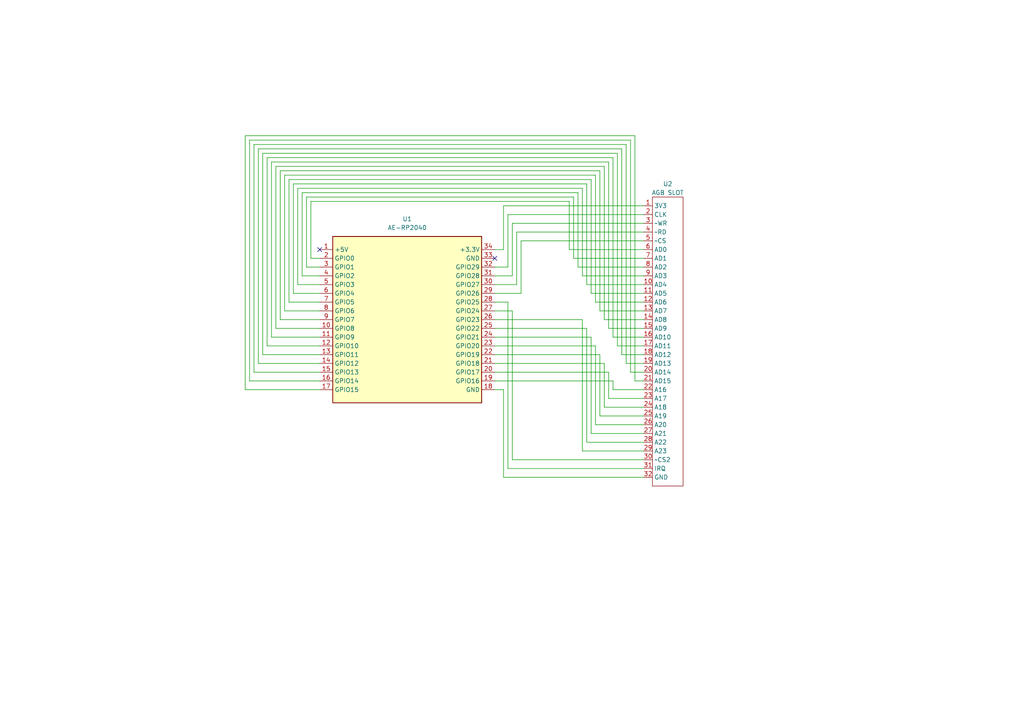
<source format=kicad_sch>
(kicad_sch (version 20231120) (generator "eeschema") (generator_version "8.0")
  (paper "A4")
  (title_block (title "GBA dumper") (rev "1.0") (company "pakutoma"))
  (lib_symbols
    (symbol "RP2040_1"
      (property "Reference" "U1" (at 0 46.99 0))
      (property "Value" "AE-RP2040" (at 0 44.45 0))
      (symbol "RP2040_1_0_1"
        (rectangle (start -21.59 41.91) (end 21.59 -6.35) (stroke (width 0.254)) (fill (type background)))
      )
      (symbol "RP2040_1_1_1"
        (pin power_out line (at -25.4 38.1 0) (length 3.81) (name "+5V") (number "1"))
        (pin bidirectional line (at -25.4 15.24 0) (length 3.81) (name "GPIO8") (number "10"))
        (pin bidirectional line (at -25.4 12.7 0) (length 3.81) (name "GPIO9") (number "11"))
        (pin bidirectional line (at -25.4 10.16 0) (length 3.81) (name "GPIO10") (number "12"))
        (pin bidirectional line (at -25.4 7.62 0) (length 3.81) (name "GPIO11") (number "13"))
        (pin bidirectional line (at -25.4 5.08 0) (length 3.81) (name "GPIO12") (number "14"))
        (pin bidirectional line (at -25.4 2.54 0) (length 3.81) (name "GPIO13") (number "15"))
        (pin bidirectional line (at -25.4 0 0) (length 3.81) (name "GPIO14") (number "16"))
        (pin bidirectional line (at -25.4 -2.54 0) (length 3.81) (name "GPIO15") (number "17"))
        (pin power_out line (at 25.4 -2.54 180) (length 3.81) (name "GND") (number "18"))
        (pin bidirectional line (at 25.4 0 180) (length 3.81) (name "GPIO16") (number "19"))
        (pin bidirectional line (at -25.4 35.56 0) (length 3.81) (name "GPIO0") (number "2"))
        (pin bidirectional line (at 25.4 2.54 180) (length 3.81) (name "GPIO17") (number "20"))
        (pin bidirectional line (at 25.4 5.08 180) (length 3.81) (name "GPIO18") (number "21"))
        (pin bidirectional line (at 25.4 7.62 180) (length 3.81) (name "GPIO19") (number "22"))
        (pin bidirectional line (at 25.4 10.16 180) (length 3.81) (name "GPIO20") (number "23"))
        (pin bidirectional line (at 25.4 12.7 180) (length 3.81) (name "GPIO21") (number "24"))
        (pin bidirectional line (at 25.4 15.24 180) (length 3.81) (name "GPIO22") (number "25"))
        (pin bidirectional line (at 25.4 17.78 180) (length 3.81) (name "GPIO23") (number "26"))
        (pin bidirectional line (at 25.4 20.32 180) (length 3.81) (name "GPIO24") (number "27"))
        (pin bidirectional line (at 25.4 22.86 180) (length 3.81) (name "GPIO25") (number "28"))
        (pin bidirectional line (at 25.4 25.4 180) (length 3.81) (name "GPIO26") (number "29"))
        (pin bidirectional line (at -25.4 33.02 0) (length 3.81) (name "GPIO1") (number "3"))
        (pin bidirectional line (at 25.4 27.94 180) (length 3.81) (name "GPIO27") (number "30"))
        (pin bidirectional line (at 25.4 30.48 180) (length 3.81) (name "GPIO28") (number "31"))
        (pin bidirectional line (at 25.4 33.02 180) (length 3.81) (name "GPIO29") (number "32"))
        (pin power_out line (at 25.4 35.56 180) (length 3.81) (name "GND") (number "33"))
        (pin power_out line (at 25.4 38.1 180) (length 3.81) (name "+3.3V") (number "34"))
        (pin bidirectional line (at -25.4 30.48 0) (length 3.81) (name "GPIO2") (number "4"))
        (pin bidirectional line (at -25.4 27.94 0) (length 3.81) (name "GPIO3") (number "5"))
        (pin bidirectional line (at -25.4 25.4 0) (length 3.81) (name "GPIO4") (number "6"))
        (pin bidirectional line (at -25.4 22.86 0) (length 3.81) (name "GPIO5") (number "7"))
        (pin bidirectional line (at -25.4 20.32 0) (length 3.81) (name "GPIO6") (number "8"))
        (pin bidirectional line (at -25.4 17.78 0) (length 3.81) (name "GPIO7") (number "9"))
      )
    )
    (symbol "agb-slot:agb-slot"
      (property "Reference" "U2" (at 0.635 38.1 0))
      (property "Value" "AGB SLOT" (at 0.635 35.56 0))
      (symbol "agb-slot_0_0"
        (pin power_in line (at 7.62 31.75 180) (length 2.54) (name "3V3") (number "1"))
        (pin bidirectional line (at 7.62 8.89 180) (length 2.54) (name "AD4") (number "10"))
        (pin bidirectional line (at 7.62 6.35 180) (length 2.54) (name "AD5") (number "11"))
        (pin bidirectional line (at 7.62 3.81 180) (length 2.54) (name "AD6") (number "12"))
        (pin bidirectional line (at 7.62 1.27 180) (length 2.54) (name "AD7") (number "13"))
        (pin bidirectional line (at 7.62 -1.27 180) (length 2.54) (name "AD8") (number "14"))
        (pin bidirectional line (at 7.62 -3.81 180) (length 2.54) (name "AD9") (number "15"))
        (pin bidirectional line (at 7.62 -6.35 180) (length 2.54) (name "AD10") (number "16"))
        (pin bidirectional line (at 7.62 -8.89 180) (length 2.54) (name "AD11") (number "17"))
        (pin bidirectional line (at 7.62 -11.43 180) (length 2.54) (name "AD12") (number "18"))
        (pin bidirectional line (at 7.62 -13.97 180) (length 2.54) (name "AD13") (number "19"))
        (pin input line (at 7.62 29.21 180) (length 2.54) (name "CLK") (number "2"))
        (pin bidirectional line (at 7.62 -16.51 180) (length 2.54) (name "AD14") (number "20"))
        (pin bidirectional line (at 7.62 -19.05 180) (length 2.54) (name "AD15") (number "21"))
        (pin input line (at 7.62 -21.59 180) (length 2.54) (name "A16") (number "22"))
        (pin input line (at 7.62 -24.13 180) (length 2.54) (name "A17") (number "23"))
        (pin input line (at 7.62 -26.67 180) (length 2.54) (name "A18") (number "24"))
        (pin input line (at 7.62 -29.21 180) (length 2.54) (name "A19") (number "25"))
        (pin input line (at 7.62 -31.75 180) (length 2.54) (name "A20") (number "26"))
        (pin input line (at 7.62 -34.29 180) (length 2.54) (name "A21") (number "27"))
        (pin input line (at 7.62 -36.83 180) (length 2.54) (name "A22") (number "28"))
        (pin input line (at 7.62 -39.37 180) (length 2.54) (name "A23") (number "29"))
        (pin input line (at 7.62 26.67 180) (length 2.54) (name "~WR") (number "3"))
        (pin input line (at 7.62 -41.91 180) (length 2.54) (name "~CS2") (number "30"))
        (pin input line (at 7.62 -44.45 180) (length 2.54) (name "IRQ") (number "31"))
        (pin power_in line (at 7.62 -46.99 180) (length 2.54) (name "GND") (number "32"))
        (pin input line (at 7.62 24.13 180) (length 2.54) (name "~RD") (number "4"))
        (pin input line (at 7.62 21.59 180) (length 2.54) (name "~CS") (number "5"))
        (pin bidirectional line (at 7.62 19.05 180) (length 2.54) (name "AD0") (number "6"))
        (pin bidirectional line (at 7.62 16.51 180) (length 2.54) (name "AD1") (number "7"))
        (pin bidirectional line (at 7.62 13.97 180) (length 2.54) (name "AD2") (number "8"))
        (pin bidirectional line (at 7.62 11.43 180) (length 2.54) (name "AD3") (number "9"))
      )
      (symbol "agb-slot_0_1"
        (rectangle (start -3.81 34.29) (end 5.08 -49.53))
      )
    )
  )
  (no_connect (at 143.51 74.93))
  (no_connect (at 92.71 72.39))
  (wire (pts (xy 184.15 110.49) (xy 184.15 39.37)))
  (wire (pts (xy 77.47 45.72) (xy 77.47 100.33)))
  (wire (pts (xy 186.69 77.47) (xy 167.64 77.47)))
  (wire (pts (xy 186.69 97.79) (xy 177.8 97.79)))
  (wire (pts (xy 186.69 82.55) (xy 170.18 82.55)))
  (wire (pts (xy 181.61 105.41) (xy 181.61 41.91)))
  (wire (pts (xy 186.69 72.39) (xy 165.1 72.39)))
  (wire (pts (xy 146.05 72.39) (xy 146.05 59.69)))
  (wire (pts (xy 186.69 123.19) (xy 172.72 123.19)))
  (wire (pts (xy 146.05 113.03) (xy 143.51 113.03)))
  (wire (pts (xy 184.15 39.37) (xy 71.12 39.37)))
  (wire (pts (xy 83.82 87.63) (xy 92.71 87.63)))
  (wire (pts (xy 76.2 102.87) (xy 92.71 102.87)))
  (wire (pts (xy 179.07 44.45) (xy 76.2 44.45)))
  (wire (pts (xy 166.37 57.15) (xy 88.9 57.15)))
  (wire (pts (xy 143.51 92.71) (xy 168.91 92.71)))
  (wire (pts (xy 147.32 87.63) (xy 143.51 87.63)))
  (wire (pts (xy 170.18 128.27) (xy 170.18 95.25)))
  (wire (pts (xy 149.86 67.31) (xy 149.86 82.55)))
  (wire (pts (xy 78.74 46.99) (xy 78.74 97.79)))
  (wire (pts (xy 81.28 92.71) (xy 92.71 92.71)))
  (wire (pts (xy 148.59 64.77) (xy 148.59 80.01)))
  (wire (pts (xy 173.99 90.17) (xy 173.99 49.53)))
  (wire (pts (xy 176.53 115.57) (xy 176.53 107.95)))
  (wire (pts (xy 170.18 53.34) (xy 85.09 53.34)))
  (wire (pts (xy 151.13 85.09) (xy 143.51 85.09)))
  (wire (pts (xy 148.59 133.35) (xy 186.69 133.35)))
  (wire (pts (xy 186.69 87.63) (xy 172.72 87.63)))
  (wire (pts (xy 81.28 49.53) (xy 81.28 92.71)))
  (wire (pts (xy 177.8 97.79) (xy 177.8 45.72)))
  (wire (pts (xy 186.69 118.11) (xy 175.26 118.11)))
  (wire (pts (xy 173.99 102.87) (xy 143.51 102.87)))
  (wire (pts (xy 165.1 58.42) (xy 90.17 58.42)))
  (wire (pts (xy 186.69 138.43) (xy 146.05 138.43)))
  (wire (pts (xy 170.18 82.55) (xy 170.18 53.34)))
  (wire (pts (xy 186.69 120.65) (xy 173.99 120.65)))
  (wire (pts (xy 77.47 100.33) (xy 92.71 100.33)))
  (wire (pts (xy 165.1 72.39) (xy 165.1 58.42)))
  (wire (pts (xy 147.32 87.63) (xy 147.32 135.89)))
  (wire (pts (xy 186.69 115.57) (xy 176.53 115.57)))
  (wire (pts (xy 82.55 90.17) (xy 92.71 90.17)))
  (wire (pts (xy 180.34 102.87) (xy 180.34 43.18)))
  (wire (pts (xy 175.26 118.11) (xy 175.26 105.41)))
  (wire (pts (xy 147.32 62.23) (xy 147.32 77.47)))
  (wire (pts (xy 148.59 80.01) (xy 143.51 80.01)))
  (wire (pts (xy 76.2 44.45) (xy 76.2 102.87)))
  (wire (pts (xy 186.69 90.17) (xy 173.99 90.17)))
  (wire (pts (xy 186.69 105.41) (xy 181.61 105.41)))
  (wire (pts (xy 146.05 59.69) (xy 186.69 59.69)))
  (wire (pts (xy 180.34 43.18) (xy 74.93 43.18)))
  (wire (pts (xy 72.39 40.64) (xy 72.39 110.49)))
  (wire (pts (xy 186.69 92.71) (xy 175.26 92.71)))
  (wire (pts (xy 177.8 113.03) (xy 177.8 110.49)))
  (wire (pts (xy 186.69 80.01) (xy 168.91 80.01)))
  (wire (pts (xy 167.64 77.47) (xy 167.64 55.88)))
  (wire (pts (xy 176.53 107.95) (xy 143.51 107.95)))
  (wire (pts (xy 85.09 53.34) (xy 85.09 85.09)))
  (wire (pts (xy 171.45 52.07) (xy 83.82 52.07)))
  (wire (pts (xy 186.69 128.27) (xy 170.18 128.27)))
  (wire (pts (xy 168.91 54.61) (xy 86.36 54.61)))
  (wire (pts (xy 186.69 102.87) (xy 180.34 102.87)))
  (wire (pts (xy 143.51 90.17) (xy 148.59 90.17)))
  (wire (pts (xy 176.53 95.25) (xy 176.53 46.99)))
  (wire (pts (xy 175.26 92.71) (xy 175.26 48.26)))
  (wire (pts (xy 87.63 80.01) (xy 92.71 80.01)))
  (wire (pts (xy 186.69 67.31) (xy 149.86 67.31)))
  (wire (pts (xy 90.17 74.93) (xy 92.71 74.93)))
  (wire (pts (xy 172.72 50.8) (xy 82.55 50.8)))
  (wire (pts (xy 182.88 107.95) (xy 182.88 40.64)))
  (wire (pts (xy 186.69 110.49) (xy 184.15 110.49)))
  (wire (pts (xy 146.05 138.43) (xy 146.05 113.03)))
  (wire (pts (xy 73.66 107.95) (xy 92.71 107.95)))
  (wire (pts (xy 167.64 55.88) (xy 87.63 55.88)))
  (wire (pts (xy 143.51 100.33) (xy 172.72 100.33)))
  (wire (pts (xy 80.01 48.26) (xy 80.01 95.25)))
  (wire (pts (xy 172.72 123.19) (xy 172.72 100.33)))
  (wire (pts (xy 71.12 39.37) (xy 71.12 113.03)))
  (wire (pts (xy 149.86 82.55) (xy 143.51 82.55)))
  (wire (pts (xy 87.63 55.88) (xy 87.63 80.01)))
  (wire (pts (xy 173.99 49.53) (xy 81.28 49.53)))
  (wire (pts (xy 147.32 77.47) (xy 143.51 77.47)))
  (wire (pts (xy 151.13 69.85) (xy 151.13 85.09)))
  (wire (pts (xy 177.8 45.72) (xy 77.47 45.72)))
  (wire (pts (xy 171.45 85.09) (xy 171.45 52.07)))
  (wire (pts (xy 186.69 100.33) (xy 179.07 100.33)))
  (wire (pts (xy 74.93 105.41) (xy 92.71 105.41)))
  (wire (pts (xy 186.69 113.03) (xy 177.8 113.03)))
  (wire (pts (xy 85.09 85.09) (xy 92.71 85.09)))
  (wire (pts (xy 186.69 64.77) (xy 148.59 64.77)))
  (wire (pts (xy 186.69 130.81) (xy 168.91 130.81)))
  (wire (pts (xy 86.36 54.61) (xy 86.36 82.55)))
  (wire (pts (xy 86.36 82.55) (xy 92.71 82.55)))
  (wire (pts (xy 80.01 95.25) (xy 92.71 95.25)))
  (wire (pts (xy 168.91 130.81) (xy 168.91 92.71)))
  (wire (pts (xy 181.61 41.91) (xy 73.66 41.91)))
  (wire (pts (xy 88.9 57.15) (xy 88.9 77.47)))
  (wire (pts (xy 148.59 90.17) (xy 148.59 133.35)))
  (wire (pts (xy 186.69 85.09) (xy 171.45 85.09)))
  (wire (pts (xy 74.93 43.18) (xy 74.93 105.41)))
  (wire (pts (xy 73.66 41.91) (xy 73.66 107.95)))
  (wire (pts (xy 83.82 52.07) (xy 83.82 87.63)))
  (wire (pts (xy 186.69 135.89) (xy 147.32 135.89)))
  (wire (pts (xy 168.91 80.01) (xy 168.91 54.61)))
  (wire (pts (xy 143.51 95.25) (xy 170.18 95.25)))
  (wire (pts (xy 176.53 46.99) (xy 78.74 46.99)))
  (wire (pts (xy 88.9 77.47) (xy 92.71 77.47)))
  (wire (pts (xy 143.51 105.41) (xy 175.26 105.41)))
  (wire (pts (xy 186.69 69.85) (xy 151.13 69.85)))
  (wire (pts (xy 72.39 110.49) (xy 92.71 110.49)))
  (wire (pts (xy 179.07 100.33) (xy 179.07 44.45)))
  (wire (pts (xy 166.37 74.93) (xy 166.37 57.15)))
  (wire (pts (xy 177.8 110.49) (xy 143.51 110.49)))
  (wire (pts (xy 172.72 87.63) (xy 172.72 50.8)))
  (wire (pts (xy 186.69 74.93) (xy 166.37 74.93)))
  (wire (pts (xy 182.88 40.64) (xy 72.39 40.64)))
  (wire (pts (xy 186.69 62.23) (xy 147.32 62.23)))
  (wire (pts (xy 78.74 97.79) (xy 92.71 97.79)))
  (wire (pts (xy 171.45 125.73) (xy 171.45 97.79)))
  (wire (pts (xy 90.17 58.42) (xy 90.17 74.93)))
  (wire (pts (xy 146.05 72.39) (xy 143.51 72.39)))
  (wire (pts (xy 186.69 107.95) (xy 182.88 107.95)))
  (wire (pts (xy 186.69 95.25) (xy 176.53 95.25)))
  (wire (pts (xy 173.99 120.65) (xy 173.99 102.87)))
  (wire (pts (xy 143.51 97.79) (xy 171.45 97.79)))
  (wire (pts (xy 82.55 50.8) (xy 82.55 90.17)))
  (wire (pts (xy 175.26 48.26) (xy 80.01 48.26)))
  (wire (pts (xy 71.12 113.03) (xy 92.71 113.03)))
  (wire (pts (xy 186.69 125.73) (xy 171.45 125.73)))
  (symbol (lib_name "RP2040_1") (lib_id "MCU_RaspberryPi:RP2040") (at 118.11 110.49 0) (unit 1)
    (property "Reference" "U1" (at 118.11 63.5 0))
    (property "Value" "AE-RP2040" (at 118.11 66.04 0))
    (property "Footprint" "gba-dumper:AE-RP2040" (effects (hide yes)))
    (property "Description" "AE-RP2040" (effects (hide yes)))
  )
  (symbol (lib_id "agb-slot:agb-slot") (at 194.31 91.44 0) (mirror y) (unit 1)
    (property "Reference" "U2" (at 193.675 53.34 0))
    (property "Value" "AGB SLOT" (at 193.675 55.88 0))
    (property "Footprint" "gba-dumper:GBA_cartridge" (effects (hide yes)))
  )
)
</source>
